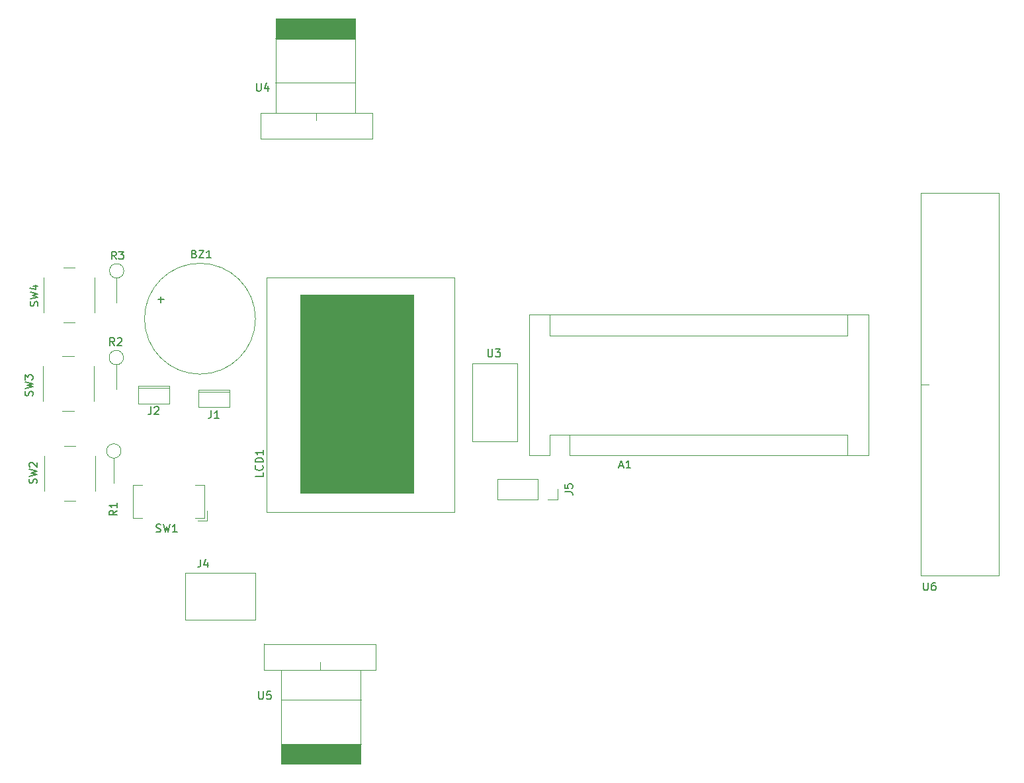
<source format=gbr>
%TF.GenerationSoftware,KiCad,Pcbnew,(5.1.10)-1*%
%TF.CreationDate,2021-12-09T17:47:58-06:00*%
%TF.ProjectId,Sigue_lineas,53696775-655f-46c6-996e-6561732e6b69,rev?*%
%TF.SameCoordinates,Original*%
%TF.FileFunction,Legend,Top*%
%TF.FilePolarity,Positive*%
%FSLAX46Y46*%
G04 Gerber Fmt 4.6, Leading zero omitted, Abs format (unit mm)*
G04 Created by KiCad (PCBNEW (5.1.10)-1) date 2021-12-09 17:47:58*
%MOMM*%
%LPD*%
G01*
G04 APERTURE LIST*
%ADD10C,0.120000*%
%ADD11C,0.100000*%
%ADD12C,0.150000*%
G04 APERTURE END LIST*
D10*
%TO.C,A1*%
X156479000Y-81511900D02*
X156479000Y-99551900D01*
X199919000Y-81511900D02*
X156479000Y-81511900D01*
X199919000Y-99551900D02*
X199919000Y-81511900D01*
X197249000Y-96881900D02*
X197249000Y-99551900D01*
X161689000Y-96881900D02*
X197249000Y-96881900D01*
X161689000Y-96881900D02*
X161689000Y-99551900D01*
X197249000Y-84181900D02*
X197249000Y-81511900D01*
X159149000Y-84181900D02*
X197249000Y-84181900D01*
X159149000Y-84181900D02*
X159149000Y-81511900D01*
X156479000Y-99551900D02*
X159149000Y-99551900D01*
X161689000Y-99551900D02*
X199919000Y-99551900D01*
X159149000Y-96881900D02*
X159149000Y-99551900D01*
X161689000Y-96881900D02*
X159149000Y-96881900D01*
%TO.C,BZ1*%
X121470000Y-82029300D02*
G75*
G03*
X121470000Y-82029300I-7100000J0D01*
G01*
%TO.C,J1*%
X118134000Y-93375500D02*
X114134000Y-93375500D01*
X114134000Y-93375500D02*
X114134000Y-91150460D01*
X118134000Y-91375500D02*
X114134000Y-91375500D01*
X118132980Y-91130140D02*
X118132980Y-93375500D01*
X118127900Y-91114900D02*
X114132480Y-91114900D01*
%TO.C,J2*%
X110426900Y-90660200D02*
X106431480Y-90660200D01*
X110431980Y-90675440D02*
X110431980Y-92920800D01*
X110433000Y-90920800D02*
X106433000Y-90920800D01*
X106433000Y-92920800D02*
X106433000Y-90695760D01*
X110433000Y-92920800D02*
X106433000Y-92920800D01*
D11*
%TO.C,LCD1*%
G36*
X127187820Y-104371140D02*
G01*
X127187820Y-78963520D01*
X141706460Y-78963520D01*
X141706460Y-104371140D01*
X127187820Y-104371140D01*
G37*
X127187820Y-104371140D02*
X127187820Y-78963520D01*
X141706460Y-78963520D01*
X141706460Y-104371140D01*
X127187820Y-104371140D01*
D10*
X122933780Y-106770200D02*
X122933780Y-76770200D01*
X146937100Y-76770200D02*
X122933780Y-76770200D01*
X146937100Y-106770200D02*
X146937100Y-76770200D01*
X146936320Y-106770200D02*
X122933000Y-106770200D01*
%TO.C,R1*%
X103335000Y-99896200D02*
X103335000Y-103056200D01*
X104255000Y-98976200D02*
G75*
G03*
X104255000Y-98976200I-920000J0D01*
G01*
%TO.C,R2*%
X104580000Y-87010200D02*
G75*
G03*
X104580000Y-87010200I-920000J0D01*
G01*
X103660000Y-87930200D02*
X103660000Y-91090200D01*
%TO.C,R3*%
X103708000Y-76817700D02*
X103708000Y-79977700D01*
X104628000Y-75897700D02*
G75*
G03*
X104628000Y-75897700I-920000J0D01*
G01*
%TO.C,SW1*%
X113773000Y-107569000D02*
X114973000Y-107569000D01*
X114973000Y-107569000D02*
X114973000Y-103369000D01*
X114973000Y-103369000D02*
X113773000Y-103369000D01*
X106973000Y-107569000D02*
X105773000Y-107569000D01*
X105773000Y-107569000D02*
X105773000Y-103369000D01*
X105773000Y-103369000D02*
X106973000Y-103369000D01*
X114073000Y-107869000D02*
X115273000Y-107869000D01*
X115273000Y-107869000D02*
X115273000Y-106669000D01*
%TO.C,SW2*%
X96956600Y-105352800D02*
X98456600Y-105352800D01*
X100956600Y-104102800D02*
X100956600Y-99602800D01*
X98456600Y-98352800D02*
X96956600Y-98352800D01*
X94456600Y-99602800D02*
X94456600Y-104102800D01*
%TO.C,SW3*%
X96756000Y-93828800D02*
X98256000Y-93828800D01*
X100756000Y-92578800D02*
X100756000Y-88078800D01*
X98256000Y-86828800D02*
X96756000Y-86828800D01*
X94256000Y-88078800D02*
X94256000Y-92578800D01*
%TO.C,SW4*%
X94375300Y-76763100D02*
X94375300Y-81263100D01*
X98375300Y-75513100D02*
X96875300Y-75513100D01*
X100875300Y-81263100D02*
X100875300Y-76763100D01*
X96875300Y-82513100D02*
X98375300Y-82513100D01*
%TO.C,U3*%
X155019000Y-97749400D02*
X155019000Y-87749400D01*
X149219000Y-97749400D02*
X149219000Y-87749400D01*
X155019000Y-87749400D02*
X149219000Y-87749400D01*
X155019000Y-97749400D02*
X149219000Y-97749400D01*
D11*
%TO.C,U4*%
G36*
X134221380Y-46151780D02*
G01*
X124048680Y-46151780D01*
X124048680Y-43621940D01*
X134221380Y-43621940D01*
X134221380Y-46151780D01*
G37*
X134221380Y-46151780D02*
X124048680Y-46151780D01*
X124048680Y-43621940D01*
X134221380Y-43621940D01*
X134221380Y-46151780D01*
D10*
X134208680Y-43604160D02*
X134208680Y-43680360D01*
X124061380Y-43604160D02*
X134208680Y-43604160D01*
X124018200Y-46139080D02*
X134160420Y-46139080D01*
X124018200Y-51793120D02*
X134160420Y-51793120D01*
X134206140Y-43646300D02*
X134206140Y-55646300D01*
X124046140Y-43646300D02*
X124046140Y-55646300D01*
X122136060Y-58966080D02*
X122136060Y-55631060D01*
X122138600Y-55646300D02*
X136413400Y-55646300D01*
X122136060Y-58966080D02*
X136415940Y-58966080D01*
X129270920Y-55643760D02*
X129270920Y-56631820D01*
X136413400Y-58981320D02*
X136413400Y-55646300D01*
%TO.C,U5*%
X122580600Y-123694980D02*
X122580600Y-127030000D01*
X129723080Y-127032540D02*
X129723080Y-126044480D01*
X136857940Y-123710220D02*
X122578060Y-123710220D01*
X136855400Y-127030000D02*
X122580600Y-127030000D01*
X136857940Y-123710220D02*
X136857940Y-127045240D01*
X134947860Y-139030000D02*
X134947860Y-127030000D01*
X124787860Y-139030000D02*
X124787860Y-127030000D01*
X134975800Y-130883180D02*
X124833580Y-130883180D01*
X134975800Y-136537220D02*
X124833580Y-136537220D01*
X134932620Y-139072140D02*
X124785320Y-139072140D01*
X124785320Y-139072140D02*
X124785320Y-138995940D01*
D11*
G36*
X124772620Y-136524520D02*
G01*
X134945320Y-136524520D01*
X134945320Y-139054360D01*
X124772620Y-139054360D01*
X124772620Y-136524520D01*
G37*
X124772620Y-136524520D02*
X134945320Y-136524520D01*
X134945320Y-139054360D01*
X124772620Y-139054360D01*
X124772620Y-136524520D01*
D10*
%TO.C,U6*%
X206632000Y-90453000D02*
X207632000Y-90453000D01*
X206629460Y-114950460D02*
X216631980Y-114950460D01*
X206629460Y-65941160D02*
X216631980Y-65941160D01*
X216632000Y-114953000D02*
X216632000Y-65953000D01*
X206632000Y-114953000D02*
X206632000Y-65953000D01*
%TO.C,J4*%
X112487000Y-114630000D02*
X121487000Y-114630000D01*
X121487000Y-120630000D02*
X121487000Y-114630000D01*
X112487000Y-120630000D02*
X112487000Y-114630000D01*
X112487000Y-120630000D02*
X121487000Y-120630000D01*
%TO.C,J5*%
X157566000Y-102536000D02*
X157566000Y-105196000D01*
X157566000Y-102536000D02*
X152426000Y-102536000D01*
X152426000Y-102536000D02*
X152426000Y-105196000D01*
X157566000Y-105196000D02*
X152426000Y-105196000D01*
X160166000Y-105196000D02*
X158836000Y-105196000D01*
X160166000Y-103866000D02*
X160166000Y-105196000D01*
%TO.C,A1*%
D12*
X168058554Y-100892906D02*
X168534744Y-100892906D01*
X167963316Y-101178620D02*
X168296649Y-100178620D01*
X168629982Y-101178620D01*
X169487125Y-101178620D02*
X168915697Y-101178620D01*
X169201411Y-101178620D02*
X169201411Y-100178620D01*
X169106173Y-100321478D01*
X169010935Y-100416716D01*
X168915697Y-100464335D01*
%TO.C,BZ1*%
X113649047Y-73727871D02*
X113791904Y-73775490D01*
X113839523Y-73823109D01*
X113887142Y-73918347D01*
X113887142Y-74061204D01*
X113839523Y-74156442D01*
X113791904Y-74204061D01*
X113696666Y-74251680D01*
X113315714Y-74251680D01*
X113315714Y-73251680D01*
X113649047Y-73251680D01*
X113744285Y-73299300D01*
X113791904Y-73346919D01*
X113839523Y-73442157D01*
X113839523Y-73537395D01*
X113791904Y-73632633D01*
X113744285Y-73680252D01*
X113649047Y-73727871D01*
X113315714Y-73727871D01*
X114220476Y-73251680D02*
X114887142Y-73251680D01*
X114220476Y-74251680D01*
X114887142Y-74251680D01*
X115791904Y-74251680D02*
X115220476Y-74251680D01*
X115506190Y-74251680D02*
X115506190Y-73251680D01*
X115410952Y-73394538D01*
X115315714Y-73489776D01*
X115220476Y-73537395D01*
X108979047Y-79560728D02*
X109740952Y-79560728D01*
X109360000Y-79941680D02*
X109360000Y-79179776D01*
%TO.C,J1*%
X115815786Y-93787980D02*
X115815786Y-94502266D01*
X115768167Y-94645123D01*
X115672929Y-94740361D01*
X115530072Y-94787980D01*
X115434834Y-94787980D01*
X116815786Y-94787980D02*
X116244358Y-94787980D01*
X116530072Y-94787980D02*
X116530072Y-93787980D01*
X116434834Y-93930838D01*
X116339596Y-94026076D01*
X116244358Y-94073695D01*
%TO.C,J2*%
X108099266Y-93295220D02*
X108099266Y-94009506D01*
X108051647Y-94152363D01*
X107956409Y-94247601D01*
X107813552Y-94295220D01*
X107718314Y-94295220D01*
X108527838Y-93390459D02*
X108575457Y-93342840D01*
X108670695Y-93295220D01*
X108908790Y-93295220D01*
X109004028Y-93342840D01*
X109051647Y-93390459D01*
X109099266Y-93485697D01*
X109099266Y-93580935D01*
X109051647Y-93723792D01*
X108480219Y-94295220D01*
X109099266Y-94295220D01*
%TO.C,LCD1*%
X122448580Y-101740506D02*
X122448580Y-102216697D01*
X121448580Y-102216697D01*
X122353342Y-100835744D02*
X122400961Y-100883363D01*
X122448580Y-101026220D01*
X122448580Y-101121459D01*
X122400961Y-101264316D01*
X122305723Y-101359554D01*
X122210485Y-101407173D01*
X122020009Y-101454792D01*
X121877152Y-101454792D01*
X121686676Y-101407173D01*
X121591438Y-101359554D01*
X121496200Y-101264316D01*
X121448580Y-101121459D01*
X121448580Y-101026220D01*
X121496200Y-100883363D01*
X121543819Y-100835744D01*
X122448580Y-100407173D02*
X121448580Y-100407173D01*
X121448580Y-100169078D01*
X121496200Y-100026220D01*
X121591438Y-99930982D01*
X121686676Y-99883363D01*
X121877152Y-99835744D01*
X122020009Y-99835744D01*
X122210485Y-99883363D01*
X122305723Y-99930982D01*
X122400961Y-100026220D01*
X122448580Y-100169078D01*
X122448580Y-100407173D01*
X122448580Y-98883363D02*
X122448580Y-99454792D01*
X122448580Y-99169078D02*
X121448580Y-99169078D01*
X121591438Y-99264316D01*
X121686676Y-99359554D01*
X121734295Y-99454792D01*
%TO.C,R1*%
X103769420Y-106618066D02*
X103293230Y-106951400D01*
X103769420Y-107189495D02*
X102769420Y-107189495D01*
X102769420Y-106808542D01*
X102817040Y-106713304D01*
X102864659Y-106665685D01*
X102959897Y-106618066D01*
X103102754Y-106618066D01*
X103197992Y-106665685D01*
X103245611Y-106713304D01*
X103293230Y-106808542D01*
X103293230Y-107189495D01*
X103769420Y-105665685D02*
X103769420Y-106237114D01*
X103769420Y-105951400D02*
X102769420Y-105951400D01*
X102912278Y-106046638D01*
X103007516Y-106141876D01*
X103055135Y-106237114D01*
%TO.C,R2*%
X103434853Y-85476340D02*
X103101520Y-85000150D01*
X102863424Y-85476340D02*
X102863424Y-84476340D01*
X103244377Y-84476340D01*
X103339615Y-84523960D01*
X103387234Y-84571579D01*
X103434853Y-84666817D01*
X103434853Y-84809674D01*
X103387234Y-84904912D01*
X103339615Y-84952531D01*
X103244377Y-85000150D01*
X102863424Y-85000150D01*
X103815805Y-84571579D02*
X103863424Y-84523960D01*
X103958662Y-84476340D01*
X104196758Y-84476340D01*
X104291996Y-84523960D01*
X104339615Y-84571579D01*
X104387234Y-84666817D01*
X104387234Y-84762055D01*
X104339615Y-84904912D01*
X103768186Y-85476340D01*
X104387234Y-85476340D01*
%TO.C,R3*%
X103638053Y-74417180D02*
X103304720Y-73940990D01*
X103066624Y-74417180D02*
X103066624Y-73417180D01*
X103447577Y-73417180D01*
X103542815Y-73464800D01*
X103590434Y-73512419D01*
X103638053Y-73607657D01*
X103638053Y-73750514D01*
X103590434Y-73845752D01*
X103542815Y-73893371D01*
X103447577Y-73940990D01*
X103066624Y-73940990D01*
X103971386Y-73417180D02*
X104590434Y-73417180D01*
X104257100Y-73798133D01*
X104399958Y-73798133D01*
X104495196Y-73845752D01*
X104542815Y-73893371D01*
X104590434Y-73988609D01*
X104590434Y-74226704D01*
X104542815Y-74321942D01*
X104495196Y-74369561D01*
X104399958Y-74417180D01*
X104114243Y-74417180D01*
X104019005Y-74369561D01*
X103971386Y-74321942D01*
%TO.C,SW1*%
X108775666Y-109319961D02*
X108918523Y-109367580D01*
X109156619Y-109367580D01*
X109251857Y-109319961D01*
X109299476Y-109272342D01*
X109347095Y-109177104D01*
X109347095Y-109081866D01*
X109299476Y-108986628D01*
X109251857Y-108939009D01*
X109156619Y-108891390D01*
X108966142Y-108843771D01*
X108870904Y-108796152D01*
X108823285Y-108748533D01*
X108775666Y-108653295D01*
X108775666Y-108558057D01*
X108823285Y-108462819D01*
X108870904Y-108415200D01*
X108966142Y-108367580D01*
X109204238Y-108367580D01*
X109347095Y-108415200D01*
X109680428Y-108367580D02*
X109918523Y-109367580D01*
X110109000Y-108653295D01*
X110299476Y-109367580D01*
X110537571Y-108367580D01*
X111442333Y-109367580D02*
X110870904Y-109367580D01*
X111156619Y-109367580D02*
X111156619Y-108367580D01*
X111061380Y-108510438D01*
X110966142Y-108605676D01*
X110870904Y-108653295D01*
%TO.C,SW2*%
X93450041Y-103106053D02*
X93497660Y-102963196D01*
X93497660Y-102725100D01*
X93450041Y-102629862D01*
X93402422Y-102582243D01*
X93307184Y-102534624D01*
X93211946Y-102534624D01*
X93116708Y-102582243D01*
X93069089Y-102629862D01*
X93021470Y-102725100D01*
X92973851Y-102915577D01*
X92926232Y-103010815D01*
X92878613Y-103058434D01*
X92783375Y-103106053D01*
X92688137Y-103106053D01*
X92592899Y-103058434D01*
X92545280Y-103010815D01*
X92497660Y-102915577D01*
X92497660Y-102677481D01*
X92545280Y-102534624D01*
X92497660Y-102201291D02*
X93497660Y-101963196D01*
X92783375Y-101772720D01*
X93497660Y-101582243D01*
X92497660Y-101344148D01*
X92592899Y-101010815D02*
X92545280Y-100963196D01*
X92497660Y-100867958D01*
X92497660Y-100629862D01*
X92545280Y-100534624D01*
X92592899Y-100487005D01*
X92688137Y-100439386D01*
X92783375Y-100439386D01*
X92926232Y-100487005D01*
X93497660Y-101058434D01*
X93497660Y-100439386D01*
%TO.C,SW3*%
X92921721Y-91904653D02*
X92969340Y-91761796D01*
X92969340Y-91523700D01*
X92921721Y-91428462D01*
X92874102Y-91380843D01*
X92778864Y-91333224D01*
X92683626Y-91333224D01*
X92588388Y-91380843D01*
X92540769Y-91428462D01*
X92493150Y-91523700D01*
X92445531Y-91714177D01*
X92397912Y-91809415D01*
X92350293Y-91857034D01*
X92255055Y-91904653D01*
X92159817Y-91904653D01*
X92064579Y-91857034D01*
X92016960Y-91809415D01*
X91969340Y-91714177D01*
X91969340Y-91476081D01*
X92016960Y-91333224D01*
X91969340Y-90999891D02*
X92969340Y-90761796D01*
X92255055Y-90571320D01*
X92969340Y-90380843D01*
X91969340Y-90142748D01*
X91969340Y-89857034D02*
X91969340Y-89237986D01*
X92350293Y-89571320D01*
X92350293Y-89428462D01*
X92397912Y-89333224D01*
X92445531Y-89285605D01*
X92540769Y-89237986D01*
X92778864Y-89237986D01*
X92874102Y-89285605D01*
X92921721Y-89333224D01*
X92969340Y-89428462D01*
X92969340Y-89714177D01*
X92921721Y-89809415D01*
X92874102Y-89857034D01*
%TO.C,SW4*%
X93592281Y-80408613D02*
X93639900Y-80265756D01*
X93639900Y-80027660D01*
X93592281Y-79932422D01*
X93544662Y-79884803D01*
X93449424Y-79837184D01*
X93354186Y-79837184D01*
X93258948Y-79884803D01*
X93211329Y-79932422D01*
X93163710Y-80027660D01*
X93116091Y-80218137D01*
X93068472Y-80313375D01*
X93020853Y-80360994D01*
X92925615Y-80408613D01*
X92830377Y-80408613D01*
X92735139Y-80360994D01*
X92687520Y-80313375D01*
X92639900Y-80218137D01*
X92639900Y-79980041D01*
X92687520Y-79837184D01*
X92639900Y-79503851D02*
X93639900Y-79265756D01*
X92925615Y-79075280D01*
X93639900Y-78884803D01*
X92639900Y-78646708D01*
X92973234Y-77837184D02*
X93639900Y-77837184D01*
X92592281Y-78075280D02*
X93306567Y-78313375D01*
X93306567Y-77694327D01*
%TO.C,U3*%
X151231695Y-85929220D02*
X151231695Y-86738744D01*
X151279314Y-86833982D01*
X151326933Y-86881601D01*
X151422171Y-86929220D01*
X151612647Y-86929220D01*
X151707885Y-86881601D01*
X151755504Y-86833982D01*
X151803123Y-86738744D01*
X151803123Y-85929220D01*
X152184076Y-85929220D02*
X152803123Y-85929220D01*
X152469790Y-86310173D01*
X152612647Y-86310173D01*
X152707885Y-86357792D01*
X152755504Y-86405411D01*
X152803123Y-86500649D01*
X152803123Y-86738744D01*
X152755504Y-86833982D01*
X152707885Y-86881601D01*
X152612647Y-86929220D01*
X152326933Y-86929220D01*
X152231695Y-86881601D01*
X152184076Y-86833982D01*
%TO.C,U4*%
X121615295Y-51852580D02*
X121615295Y-52662104D01*
X121662914Y-52757342D01*
X121710533Y-52804961D01*
X121805771Y-52852580D01*
X121996247Y-52852580D01*
X122091485Y-52804961D01*
X122139104Y-52757342D01*
X122186723Y-52662104D01*
X122186723Y-51852580D01*
X123091485Y-52185914D02*
X123091485Y-52852580D01*
X122853390Y-51804961D02*
X122615295Y-52519247D01*
X123234342Y-52519247D01*
%TO.C,U5*%
X121899775Y-129795020D02*
X121899775Y-130604544D01*
X121947394Y-130699782D01*
X121995013Y-130747401D01*
X122090251Y-130795020D01*
X122280727Y-130795020D01*
X122375965Y-130747401D01*
X122423584Y-130699782D01*
X122471203Y-130604544D01*
X122471203Y-129795020D01*
X123423584Y-129795020D02*
X122947394Y-129795020D01*
X122899775Y-130271211D01*
X122947394Y-130223592D01*
X123042632Y-130175973D01*
X123280727Y-130175973D01*
X123375965Y-130223592D01*
X123423584Y-130271211D01*
X123471203Y-130366449D01*
X123471203Y-130604544D01*
X123423584Y-130699782D01*
X123375965Y-130747401D01*
X123280727Y-130795020D01*
X123042632Y-130795020D01*
X122947394Y-130747401D01*
X122899775Y-130699782D01*
%TO.C,U6*%
X206974535Y-115830100D02*
X206974535Y-116639624D01*
X207022154Y-116734862D01*
X207069773Y-116782481D01*
X207165011Y-116830100D01*
X207355487Y-116830100D01*
X207450725Y-116782481D01*
X207498344Y-116734862D01*
X207545963Y-116639624D01*
X207545963Y-115830100D01*
X208450725Y-115830100D02*
X208260249Y-115830100D01*
X208165011Y-115877720D01*
X208117392Y-115925339D01*
X208022154Y-116068196D01*
X207974535Y-116258672D01*
X207974535Y-116639624D01*
X208022154Y-116734862D01*
X208069773Y-116782481D01*
X208165011Y-116830100D01*
X208355487Y-116830100D01*
X208450725Y-116782481D01*
X208498344Y-116734862D01*
X208545963Y-116639624D01*
X208545963Y-116401529D01*
X208498344Y-116306291D01*
X208450725Y-116258672D01*
X208355487Y-116211053D01*
X208165011Y-116211053D01*
X208069773Y-116258672D01*
X208022154Y-116306291D01*
X207974535Y-116401529D01*
%TO.C,J4*%
X114434026Y-112878620D02*
X114434026Y-113592906D01*
X114386407Y-113735763D01*
X114291169Y-113831001D01*
X114148312Y-113878620D01*
X114053074Y-113878620D01*
X115338788Y-113211954D02*
X115338788Y-113878620D01*
X115100693Y-112831001D02*
X114862598Y-113545287D01*
X115481645Y-113545287D01*
%TO.C,J5*%
X161058380Y-104199333D02*
X161772666Y-104199333D01*
X161915523Y-104246952D01*
X162010761Y-104342190D01*
X162058380Y-104485047D01*
X162058380Y-104580285D01*
X161058380Y-103246952D02*
X161058380Y-103723142D01*
X161534571Y-103770761D01*
X161486952Y-103723142D01*
X161439333Y-103627904D01*
X161439333Y-103389809D01*
X161486952Y-103294571D01*
X161534571Y-103246952D01*
X161629809Y-103199333D01*
X161867904Y-103199333D01*
X161963142Y-103246952D01*
X162010761Y-103294571D01*
X162058380Y-103389809D01*
X162058380Y-103627904D01*
X162010761Y-103723142D01*
X161963142Y-103770761D01*
%TD*%
M02*

</source>
